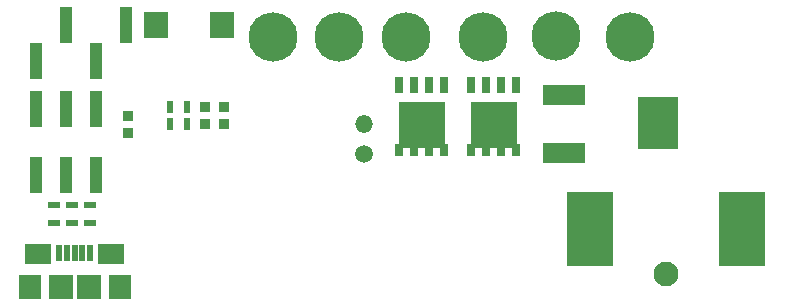
<source format=gbs>
G04 #@! TF.FileFunction,Soldermask,Bot*
%FSLAX46Y46*%
G04 Gerber Fmt 4.6, Leading zero omitted, Abs format (unit mm)*
G04 Created by KiCad (PCBNEW 4.0.6-e0-6349~53~ubuntu16.04.1) date Sun Jul  9 20:30:41 2017*
%MOMM*%
%LPD*%
G01*
G04 APERTURE LIST*
%ADD10C,0.100000*%
%ADD11R,3.600000X1.700000*%
%ADD12C,4.164000*%
%ADD13R,0.710000X1.370000*%
%ADD14R,0.710000X1.120000*%
%ADD15R,4.010000X3.910000*%
%ADD16R,0.850000X0.900000*%
%ADD17R,0.900000X0.900000*%
%ADD18R,0.600000X1.000000*%
%ADD19R,1.000000X0.600000*%
%ADD20R,2.100000X2.300000*%
%ADD21C,1.500000*%
%ADD22O,1.500000X1.500000*%
%ADD23R,1.100000X3.100000*%
%ADD24R,3.400000X4.500000*%
%ADD25R,4.000000X6.300000*%
%ADD26C,2.100000*%
%ADD27R,0.500000X1.450000*%
%ADD28R,2.200000X1.700000*%
%ADD29R,1.900000X2.000000*%
%ADD30R,2.000000X2.000000*%
G04 APERTURE END LIST*
D10*
D11*
X155194000Y-95150000D03*
X155194000Y-90270000D03*
D12*
X154500000Y-85250000D03*
X148336000Y-85344000D03*
X141750000Y-85344000D03*
X160740864Y-85344000D03*
D13*
X147320000Y-89408000D03*
X148590000Y-89408000D03*
X149860000Y-89408000D03*
X151130000Y-89408000D03*
D14*
X151130000Y-94873000D03*
X149860000Y-94873000D03*
X148590000Y-94873000D03*
X147320000Y-94873000D03*
D15*
X149225000Y-92768000D03*
D13*
X141224000Y-89408000D03*
X142494000Y-89408000D03*
X143764000Y-89408000D03*
X145034000Y-89408000D03*
D14*
X145034000Y-94873000D03*
X143764000Y-94873000D03*
X142494000Y-94873000D03*
X141224000Y-94873000D03*
D15*
X143129000Y-92768000D03*
D16*
X118250000Y-92000000D03*
X118250000Y-93500000D03*
D17*
X126388000Y-92750000D03*
X124788000Y-92750000D03*
X126388000Y-91264268D03*
X124788000Y-91264268D03*
D18*
X123290000Y-92750000D03*
X121790000Y-92750000D03*
D19*
X112010000Y-101068000D03*
X112010000Y-99568000D03*
X115058000Y-99583010D03*
X115058000Y-101083010D03*
X113534000Y-99583010D03*
X113534000Y-101083010D03*
D20*
X126244000Y-84328000D03*
X120644000Y-84328000D03*
D21*
X138250000Y-95250000D03*
D22*
X138250000Y-92710000D03*
D12*
X136144000Y-85344000D03*
X130556000Y-85344000D03*
D18*
X123290000Y-91264268D03*
X121790000Y-91264268D03*
D23*
X110460000Y-91480000D03*
X110460000Y-97020000D03*
X113000000Y-91480000D03*
X113000000Y-97020000D03*
X115540000Y-91480000D03*
X115540000Y-97020000D03*
X113030000Y-84352000D03*
X118110000Y-84352000D03*
X110490000Y-87352000D03*
X115570000Y-87352000D03*
D24*
X163130000Y-92610000D03*
D25*
X170280000Y-101610000D03*
X157380000Y-101610000D03*
D26*
X163830000Y-105410000D03*
D27*
X115050000Y-103625000D03*
X114400000Y-103625000D03*
X113750000Y-103625000D03*
X113100000Y-103625000D03*
X112450000Y-103625000D03*
D28*
X116850000Y-103750000D03*
X110650000Y-103750000D03*
D29*
X117550000Y-106500000D03*
X109950000Y-106500000D03*
D30*
X114950000Y-106500000D03*
X112550000Y-106500000D03*
M02*

</source>
